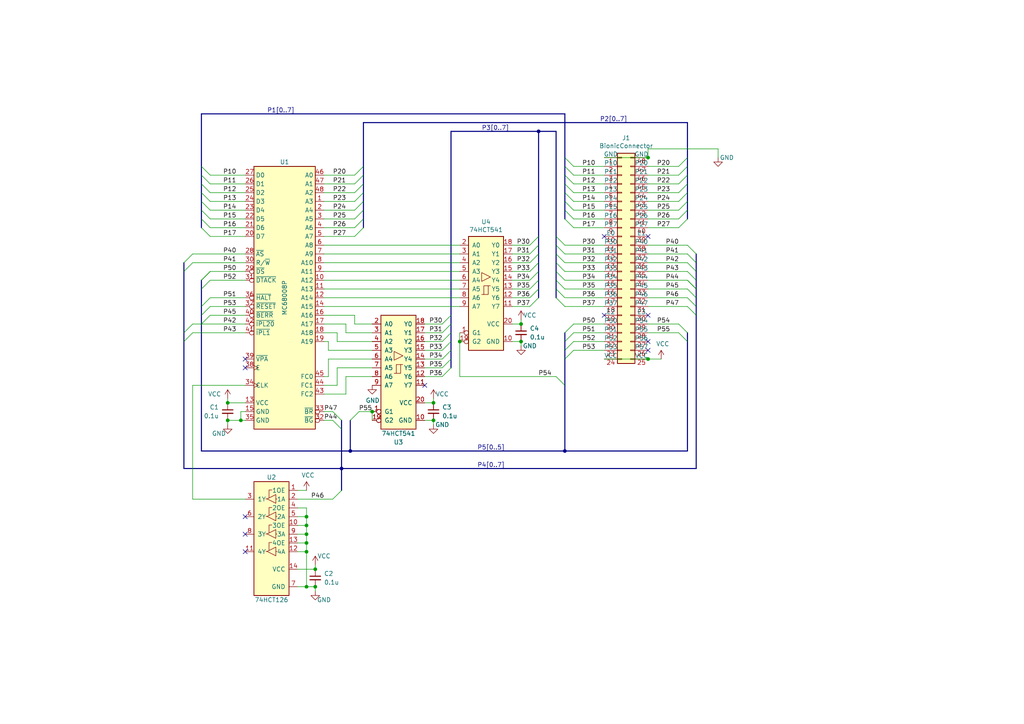
<source format=kicad_sch>
(kicad_sch (version 20211123) (generator eeschema)
  (paper "A4")
  (title_block (title "BionicMC68008 Mezzanine") (date "2022-01-17") (rev "1") (company "Tadashi G. Takaoka"))
  (lib_symbols
    (symbol "0-LocalLibrary:74HCT126" (pin_names (offset 1.016))
      (property "Reference" "U" (at 0 16.51 0))
      (property "Value" "74HCT126" (at 0 -19.05 0))
      (symbol "74HCT126_0_1"
        (polyline (pts (xy -1.2954 10.2108) (xy -1.6002 10.2108)))
        (polyline (pts (xy 1.2954 10.2362) (xy 1.651 10.2362)))
        (polyline (pts (xy 0.7112 10.5664) (xy 0.7112 12.827) (xy -0.127 12.827) (xy -0.1016 12.827)))
      )
      (symbol "74HCT126_1_0"
        (polyline (pts (xy 1.27 10.2362) (xy -1.27 11.5062) (xy -1.27 8.9662) (xy 1.27 10.2362)) (stroke (width 0.1524)))
        (pin input line (at -7.62 12.7 0) (length 2.54) (name "1OE") (number "1"))
        (pin input line (at -7.62 2.54 0) (length 2.54) (name "3OE") (number "10"))
        (pin tri_state line (at 7.62 -5.08 180) (length 2.54) (name "4Y") (number "11"))
        (pin input line (at -7.62 -5.08 0) (length 2.54) (name "4A") (number "12"))
        (pin input line (at -7.62 -2.54 0) (length 2.54) (name "4OE") (number "13"))
        (pin power_in line (at -7.62 -10.16 0) (length 2.54) (name "VCC") (number "14"))
        (pin input line (at -7.62 10.16 0) (length 2.54) (name "1A") (number "2"))
        (pin tri_state line (at 7.62 10.16 180) (length 2.54) (name "1Y") (number "3"))
        (pin input line (at -7.62 7.62 0) (length 2.54) (name "2OE") (number "4"))
        (pin input line (at -7.62 5.08 0) (length 2.54) (name "2A") (number "5"))
        (pin tri_state line (at 7.62 5.08 180) (length 2.54) (name "2Y") (number "6"))
        (pin power_in line (at -7.62 -15.24 0) (length 2.54) (name "GND") (number "7"))
        (pin tri_state line (at 7.62 0 180) (length 2.54) (name "3Y") (number "8"))
        (pin input line (at -7.62 0 0) (length 2.54) (name "3A") (number "9"))
      )
      (symbol "74HCT126_1_1"
        (rectangle (start -5.08 15.24) (end 5.08 -17.78) (stroke (width 0.254)) (fill (type background)))
        (polyline (pts (xy -1.2954 -5.0292) (xy -1.6002 -5.0292)))
        (polyline (pts (xy -1.2954 0.0508) (xy -1.6002 0.0508)))
        (polyline (pts (xy -1.2954 5.1308) (xy -1.6002 5.1308)))
        (polyline (pts (xy 1.2954 -5.0038) (xy 1.651 -5.0038)))
        (polyline (pts (xy 1.2954 0.0762) (xy 1.651 0.0762)))
        (polyline (pts (xy 1.2954 5.1562) (xy 1.651 5.1562)))
        (polyline (pts (xy 0.7112 -4.6736) (xy 0.7112 -2.413) (xy -0.127 -2.413) (xy -0.1016 -2.413)))
        (polyline (pts (xy 0.7112 0.4064) (xy 0.7112 2.667) (xy -0.127 2.667) (xy -0.1016 2.667)))
        (polyline (pts (xy 0.7112 5.4864) (xy 0.7112 7.747) (xy -0.127 7.747) (xy -0.1016 7.747)))
        (polyline (pts (xy 1.27 -5.0038) (xy -1.27 -3.7338) (xy -1.27 -6.2738) (xy 1.27 -5.0038)) (stroke (width 0.1524)))
        (polyline (pts (xy 1.27 0.0762) (xy -1.27 1.3462) (xy -1.27 -1.1938) (xy 1.27 0.0762)) (stroke (width 0.1524)))
        (polyline (pts (xy 1.27 5.1562) (xy -1.27 6.4262) (xy -1.27 3.8862) (xy 1.27 5.1562)) (stroke (width 0.1524)))
      )
    )
    (symbol "0-LocalLibrary:74HCT541" (pin_names (offset 1.016))
      (property "Reference" "U" (at -7.62 16.51 0))
      (property "Value" "74HCT541" (at -7.62 -20.32 0))
      (symbol "74HCT541_1_0"
        (polyline (pts (xy -0.635 -1.6002) (xy -0.635 0.9398) (xy 0.635 0.9398)))
        (polyline (pts (xy -1.27 -1.6002) (xy 0.635 -1.6002) (xy 0.635 0.9398) (xy 1.27 0.9398)))
        (polyline (pts (xy 1.27 3.4798) (xy -1.27 4.7498) (xy -1.27 2.2098) (xy 1.27 3.4798)) (stroke (width 0.1524)))
        (pin input inverted (at -7.62 -12.7 0) (length 2.54) (name "G1") (number "1"))
        (pin power_in line (at 7.62 -15.24 180) (length 2.54) (name "GND") (number "10"))
        (pin tri_state line (at 7.62 -5.08 180) (length 2.54) (name "Y7") (number "11"))
        (pin tri_state line (at 7.62 -2.54 180) (length 2.54) (name "Y6") (number "12"))
        (pin tri_state line (at 7.62 0 180) (length 2.54) (name "Y5") (number "13"))
        (pin tri_state line (at 7.62 2.54 180) (length 2.54) (name "Y4") (number "14"))
        (pin tri_state line (at 7.62 5.08 180) (length 2.54) (name "Y3") (number "15"))
        (pin tri_state line (at 7.62 7.62 180) (length 2.54) (name "Y2") (number "16"))
        (pin tri_state line (at 7.62 10.16 180) (length 2.54) (name "Y1") (number "17"))
        (pin tri_state line (at 7.62 12.7 180) (length 2.54) (name "Y0") (number "18"))
        (pin input inverted (at -7.62 -15.24 0) (length 2.54) (name "G2") (number "19"))
        (pin input line (at -7.62 12.7 0) (length 2.54) (name "A0") (number "2"))
        (pin power_in line (at 7.62 -10.16 180) (length 2.54) (name "VCC") (number "20"))
        (pin input line (at -7.62 10.16 0) (length 2.54) (name "A1") (number "3"))
        (pin input line (at -7.62 7.62 0) (length 2.54) (name "A2") (number "4"))
        (pin input line (at -7.62 5.08 0) (length 2.54) (name "A3") (number "5"))
        (pin input line (at -7.62 2.54 0) (length 2.54) (name "A4") (number "6"))
        (pin input line (at -7.62 0 0) (length 2.54) (name "A5") (number "7"))
        (pin input line (at -7.62 -2.54 0) (length 2.54) (name "A6") (number "8"))
        (pin input line (at -7.62 -5.08 0) (length 2.54) (name "A7") (number "9"))
      )
      (symbol "74HCT541_1_1"
        (rectangle (start -5.08 15.24) (end 5.08 -17.78) (stroke (width 0.254)) (fill (type background)))
      )
    )
    (symbol "0-LocalLibrary:BionicConnector" (pin_names (offset 0))
      (property "Reference" "J" (at 1.27 30.48 0))
      (property "Value" "BionicConnector" (at 3.81 33.02 0))
      (symbol "BionicConnector_1_1"
        (rectangle (start -1.27 -30.353) (end 0 -30.607) (stroke (width 0.1524)))
        (rectangle (start -1.27 -27.813) (end 0 -28.067) (stroke (width 0.1524)))
        (rectangle (start -1.27 -25.273) (end 0 -25.527) (stroke (width 0.1524)))
        (rectangle (start -1.27 -22.733) (end 0 -22.987) (stroke (width 0.1524)))
        (rectangle (start -1.27 -20.193) (end 0 -20.447) (stroke (width 0.1524)))
        (rectangle (start -1.27 -17.653) (end 0 -17.907) (stroke (width 0.1524)))
        (rectangle (start -1.27 -15.113) (end 0 -15.367) (stroke (width 0.1524)))
        (rectangle (start -1.27 -12.573) (end 0 -12.827) (stroke (width 0.1524)))
        (rectangle (start -1.27 -10.033) (end 0 -10.287) (stroke (width 0.1524)))
        (rectangle (start -1.27 -7.493) (end 0 -7.747) (stroke (width 0.1524)))
        (rectangle (start -1.27 -4.953) (end 0 -5.207) (stroke (width 0.1524)))
        (rectangle (start -1.27 -2.413) (end 0 -2.667) (stroke (width 0.1524)))
        (rectangle (start -1.27 0.127) (end 0 -0.127) (stroke (width 0.1524)))
        (rectangle (start -1.27 2.667) (end 0 2.413) (stroke (width 0.1524)))
        (rectangle (start -1.27 5.207) (end 0 4.953) (stroke (width 0.1524)))
        (rectangle (start -1.27 7.747) (end 0 7.493) (stroke (width 0.1524)))
        (rectangle (start -1.27 10.287) (end 0 10.033) (stroke (width 0.1524)))
        (rectangle (start -1.27 12.827) (end 0 12.573) (stroke (width 0.1524)))
        (rectangle (start -1.27 15.367) (end 0 15.113) (stroke (width 0.1524)))
        (rectangle (start -1.27 17.907) (end 0 17.653) (stroke (width 0.1524)))
        (rectangle (start -1.27 20.447) (end 0 20.193) (stroke (width 0.1524)))
        (rectangle (start -1.27 22.987) (end 0 22.733) (stroke (width 0.1524)))
        (rectangle (start -1.27 25.527) (end 0 25.273) (stroke (width 0.1524)))
        (rectangle (start -1.27 28.067) (end 0 27.813) (stroke (width 0.1524)))
        (rectangle (start -1.27 29.21) (end 3.81 -31.75) (stroke (width 0.254)) (fill (type background)))
        (rectangle (start 3.81 -30.353) (end 2.54 -30.607) (stroke (width 0.1524)))
        (rectangle (start 3.81 -27.813) (end 2.54 -28.067) (stroke (width 0.1524)))
        (rectangle (start 3.81 -25.273) (end 2.54 -25.527) (stroke (width 0.1524)))
        (rectangle (start 3.81 -22.733) (end 2.54 -22.987) (stroke (width 0.1524)))
        (rectangle (start 3.81 -20.193) (end 2.54 -20.447) (stroke (width 0.1524)))
        (rectangle (start 3.81 -17.653) (end 2.54 -17.907) (stroke (width 0.1524)))
        (rectangle (start 3.81 -15.113) (end 2.54 -15.367) (stroke (width 0.1524)))
        (rectangle (start 3.81 -12.573) (end 2.54 -12.827) (stroke (width 0.1524)))
        (rectangle (start 3.81 -10.033) (end 2.54 -10.287) (stroke (width 0.1524)))
        (rectangle (start 3.81 -7.493) (end 2.54 -7.747) (stroke (width 0.1524)))
        (rectangle (start 3.81 -4.953) (end 2.54 -5.207) (stroke (width 0.1524)))
        (rectangle (start 3.81 -2.413) (end 2.54 -2.667) (stroke (width 0.1524)))
        (rectangle (start 3.81 0.127) (end 2.54 -0.127) (stroke (width 0.1524)))
        (rectangle (start 3.81 2.667) (end 2.54 2.413) (stroke (width 0.1524)))
        (rectangle (start 3.81 5.207) (end 2.54 4.953) (stroke (width 0.1524)))
        (rectangle (start 3.81 7.747) (end 2.54 7.493) (stroke (width 0.1524)))
        (rectangle (start 3.81 10.287) (end 2.54 10.033) (stroke (width 0.1524)))
        (rectangle (start 3.81 12.827) (end 2.54 12.573) (stroke (width 0.1524)))
        (rectangle (start 3.81 15.367) (end 2.54 15.113) (stroke (width 0.1524)))
        (rectangle (start 3.81 17.907) (end 2.54 17.653) (stroke (width 0.1524)))
        (rectangle (start 3.81 20.447) (end 2.54 20.193) (stroke (width 0.1524)))
        (rectangle (start 3.81 22.987) (end 2.54 22.733) (stroke (width 0.1524)))
        (rectangle (start 3.81 25.527) (end 2.54 25.273) (stroke (width 0.1524)))
        (rectangle (start 3.81 28.067) (end 2.54 27.813) (stroke (width 0.1524)))
        (pin power_out line (at -5.08 27.94 0) (length 3.81) (name "GND") (number "1"))
        (pin bidirectional line (at -5.08 5.08 0) (length 3.81) (name "E0") (number "10"))
        (pin bidirectional line (at -5.08 2.54 0) (length 3.81) (name "P30") (number "11"))
        (pin bidirectional line (at -5.08 0 0) (length 3.81) (name "P31") (number "12"))
        (pin bidirectional line (at -5.08 -2.54 0) (length 3.81) (name "P32") (number "13"))
        (pin bidirectional line (at -5.08 -5.08 0) (length 3.81) (name "P33") (number "14"))
        (pin bidirectional line (at -5.08 -7.62 0) (length 3.81) (name "P34") (number "15"))
        (pin bidirectional line (at -5.08 -10.16 0) (length 3.81) (name "P35") (number "16"))
        (pin bidirectional line (at -5.08 -12.7 0) (length 3.81) (name "P36") (number "17"))
        (pin bidirectional line (at -5.08 -15.24 0) (length 3.81) (name "P37") (number "18"))
        (pin bidirectional line (at -5.08 -17.78 0) (length 3.81) (name "E2") (number "19"))
        (pin bidirectional line (at -5.08 25.4 0) (length 3.81) (name "P10") (number "2"))
        (pin bidirectional line (at -5.08 -20.32 0) (length 3.81) (name "P50") (number "20"))
        (pin bidirectional line (at -5.08 -22.86 0) (length 3.81) (name "P51") (number "21"))
        (pin bidirectional line (at -5.08 -25.4 0) (length 3.81) (name "P52") (number "22"))
        (pin bidirectional line (at -5.08 -27.94 0) (length 3.81) (name "P53") (number "23"))
        (pin power_out line (at -5.08 -30.48 0) (length 3.81) (name "VCC") (number "24"))
        (pin power_in line (at 7.62 -30.48 180) (length 3.81) (name "VCC") (number "25"))
        (pin bidirectional line (at 7.62 -27.94 180) (length 3.81) (name "P57") (number "26"))
        (pin bidirectional line (at 7.62 -25.4 180) (length 3.81) (name "P56") (number "27"))
        (pin bidirectional line (at 7.62 -22.86 180) (length 3.81) (name "P55") (number "28"))
        (pin bidirectional line (at 7.62 -20.32 180) (length 3.81) (name "P54") (number "29"))
        (pin bidirectional line (at -5.08 22.86 0) (length 3.81) (name "P11") (number "3"))
        (pin bidirectional line (at 7.62 -17.78 180) (length 3.81) (name "E3") (number "30"))
        (pin bidirectional line (at 7.62 -15.24 180) (length 3.81) (name "P47") (number "31"))
        (pin bidirectional line (at 7.62 -12.7 180) (length 3.81) (name "P46") (number "32"))
        (pin bidirectional line (at 7.62 -10.16 180) (length 3.81) (name "P45") (number "33"))
        (pin bidirectional line (at 7.62 -7.62 180) (length 3.81) (name "P44") (number "34"))
        (pin bidirectional line (at 7.62 -5.08 180) (length 3.81) (name "P43") (number "35"))
        (pin bidirectional line (at 7.62 -2.54 180) (length 3.81) (name "P42") (number "36"))
        (pin bidirectional line (at 7.62 0 180) (length 3.81) (name "P41") (number "37"))
        (pin bidirectional line (at 7.62 2.54 180) (length 3.81) (name "P40") (number "38"))
        (pin bidirectional line (at 7.62 5.08 180) (length 3.81) (name "E1") (number "39"))
        (pin bidirectional line (at -5.08 20.32 0) (length 3.81) (name "P12") (number "4"))
        (pin bidirectional line (at 7.62 7.62 180) (length 3.81) (name "P27") (number "40"))
        (pin bidirectional line (at 7.62 10.16 180) (length 3.81) (name "P26") (number "41"))
        (pin bidirectional line (at 7.62 12.7 180) (length 3.81) (name "P25") (number "42"))
        (pin bidirectional line (at 7.62 15.24 180) (length 3.81) (name "P24") (number "43"))
        (pin bidirectional line (at 7.62 17.78 180) (length 3.81) (name "P23") (number "44"))
        (pin bidirectional line (at 7.62 20.32 180) (length 3.81) (name "P22") (number "45"))
        (pin bidirectional line (at 7.62 22.86 180) (length 3.81) (name "P21") (number "46"))
        (pin bidirectional line (at 7.62 25.4 180) (length 3.81) (name "P20") (number "47"))
        (pin power_in line (at 7.62 27.94 180) (length 3.81) (name "GND") (number "48"))
        (pin bidirectional line (at -5.08 17.78 0) (length 3.81) (name "P13") (number "5"))
        (pin bidirectional line (at -5.08 15.24 0) (length 3.81) (name "P14") (number "6"))
        (pin bidirectional line (at -5.08 12.7 0) (length 3.81) (name "P15") (number "7"))
        (pin bidirectional line (at -5.08 10.16 0) (length 3.81) (name "P16") (number "8"))
        (pin bidirectional line (at -5.08 7.62 0) (length 3.81) (name "P17") (number "9"))
      )
    )
    (symbol "0-LocalLibrary:MC68008P"
      (property "Reference" "U" (at -1.27 39.37 0))
      (property "Value" "MC68008P" (at 0 -2.54 90))
      (symbol "MC68008P_0_0"
        (pin output line (at 11.43 -5.08 180) (length 2.54) (name "A16") (number "16"))
        (pin output line (at 11.43 -7.62 180) (length 2.54) (name "A17") (number "17"))
        (pin output line (at 11.43 -10.16 180) (length 2.54) (name "A18") (number "18"))
        (pin output line (at 11.43 -12.7 180) (length 2.54) (name "A19") (number "19"))
        (pin input inverted (at -11.43 5.08 0) (length 2.54) (name "~{DTACK}") (number "31"))
        (pin input inverted (at -11.43 -5.08 0) (length 2.54) (name "~{BERR}") (number "40"))
        (pin output line (at 11.43 -27.94 180) (length 2.54) (name "FC2") (number "43"))
        (pin output line (at 11.43 -25.4 180) (length 2.54) (name "FC1") (number "44"))
      )
      (symbol "MC68008P_0_1"
        (rectangle (start -8.89 -38.1) (end 8.89 38.1) (stroke (width 0.254)) (fill (type background)))
      )
      (symbol "MC68008P_1_1"
        (pin output line (at 11.43 27.94 180) (length 2.54) (name "A3") (number "1"))
        (pin output line (at 11.43 5.08 180) (length 2.54) (name "A12") (number "10"))
        (pin output line (at 11.43 2.54 180) (length 2.54) (name "A13") (number "11"))
        (pin output line (at 11.43 0 180) (length 2.54) (name "A14") (number "12"))
        (pin power_in line (at -11.43 -30.48 0) (length 2.54) (name "VCC") (number "13"))
        (pin output line (at 11.43 -2.54 180) (length 2.54) (name "A15") (number "14"))
        (pin power_in line (at -11.43 -33.02 0) (length 2.54) (name "GND") (number "15"))
        (pin output line (at 11.43 25.4 180) (length 2.54) (name "A4") (number "2"))
        (pin bidirectional line (at -11.43 17.78 0) (length 2.54) (name "D7") (number "20"))
        (pin bidirectional line (at -11.43 20.32 0) (length 2.54) (name "D6") (number "21"))
        (pin bidirectional line (at -11.43 22.86 0) (length 2.54) (name "D5") (number "22"))
        (pin bidirectional line (at -11.43 25.4 0) (length 2.54) (name "D4") (number "23"))
        (pin bidirectional line (at -11.43 27.94 0) (length 2.54) (name "D3") (number "24"))
        (pin bidirectional line (at -11.43 30.48 0) (length 2.54) (name "D2") (number "25"))
        (pin bidirectional line (at -11.43 33.02 0) (length 2.54) (name "D1") (number "26"))
        (pin bidirectional line (at -11.43 35.56 0) (length 2.54) (name "D0") (number "27"))
        (pin output line (at -11.43 12.7 0) (length 2.54) (name "~{AS}") (number "28"))
        (pin output inverted (at -11.43 7.62 0) (length 2.54) (name "~{DS}") (number "29"))
        (pin output line (at 11.43 22.86 180) (length 2.54) (name "A5") (number "3"))
        (pin output line (at -11.43 10.16 0) (length 2.54) (name "R/~{W}") (number "30"))
        (pin output inverted (at 11.43 -35.56 180) (length 2.54) (name "~{BG}") (number "32"))
        (pin input inverted (at 11.43 -33.02 180) (length 2.54) (name "~{BR}") (number "33"))
        (pin input clock (at -11.43 -25.4 0) (length 2.54) (name "CLK") (number "34"))
        (pin power_in line (at -11.43 -35.56 0) (length 2.54) (name "GND") (number "35"))
        (pin bidirectional inverted (at -11.43 0 0) (length 2.54) (name "~{HALT}") (number "36"))
        (pin bidirectional inverted (at -11.43 -2.54 0) (length 2.54) (name "~{RESET}") (number "37"))
        (pin output clock (at -11.43 -20.32 0) (length 2.54) (name "E") (number "38"))
        (pin output line (at -11.43 -17.78 0) (length 2.54) (name "~{VPA}") (number "39"))
        (pin output line (at 11.43 20.32 180) (length 2.54) (name "A6") (number "4"))
        (pin input inverted (at -11.43 -10.16 0) (length 2.54) (name "~{IPL1}") (number "41"))
        (pin input inverted (at -11.43 -7.62 0) (length 2.54) (name "~{IPL20}") (number "42"))
        (pin output line (at 11.43 -22.86 180) (length 2.54) (name "FC0") (number "45"))
        (pin output line (at 11.43 35.56 180) (length 2.54) (name "A0") (number "46"))
        (pin output line (at 11.43 33.02 180) (length 2.54) (name "A1") (number "47"))
        (pin output line (at 11.43 30.48 180) (length 2.54) (name "A2") (number "48"))
        (pin output line (at 11.43 17.78 180) (length 2.54) (name "A7") (number "5"))
        (pin output line (at 11.43 15.24 180) (length 2.54) (name "A8") (number "6"))
        (pin output line (at 11.43 12.7 180) (length 2.54) (name "A9") (number "7"))
        (pin output line (at 11.43 10.16 180) (length 2.54) (name "A10") (number "8"))
        (pin output line (at 11.43 7.62 180) (length 2.54) (name "A11") (number "9"))
      )
    )
    (symbol "Device:C_Small" (pin_numbers hide) (pin_names (offset 0.254) hide)
      (property "Reference" "C" (at 0.254 1.778 0))
      (property "Value" "C_Small" (at 0.254 -2.032 0))
      (symbol "C_Small_0_1"
        (polyline (pts (xy -1.524 -0.508) (xy 1.524 -0.508)) (stroke (width 0.3302)))
        (polyline (pts (xy -1.524 0.508) (xy 1.524 0.508)) (stroke (width 0.3048)))
      )
      (symbol "C_Small_1_1"
        (pin passive line (at 0 2.54 270) (length 2.032) (name "~") (number "1"))
        (pin passive line (at 0 -2.54 90) (length 2.032) (name "~") (number "2"))
      )
    )
    (symbol "power:GND" (power) (pin_names (offset 0))
      (property "Value" "GND" (at 0 -3.81 0))
      (symbol "GND_0_1"
        (polyline (pts (xy 0 0) (xy 0 -1.27) (xy 1.27 -1.27) (xy 0 -2.54) (xy -1.27 -1.27) (xy 0 -1.27)))
      )
      (symbol "GND_1_1"
        (pin power_in line (at 0 0 270) (length 0) hide (name "GND") (number "1"))
      )
    )
    (symbol "power:VCC" (power) (pin_names (offset 0))
      (property "Value" "VCC" (at 0 3.81 0))
      (symbol "VCC_0_1"
        (polyline (pts (xy -0.762 1.27) (xy 0 2.54)))
        (polyline (pts (xy 0 0) (xy 0 2.54)))
        (polyline (pts (xy 0 2.54) (xy 0.762 1.27)))
      )
      (symbol "VCC_1_1"
        (pin power_in line (at 0 0 90) (length 0) hide (name "VCC") (number "1"))
      )
    )
  )
  (junction (at 88.9 149.86))
  (junction (at 125.73 116.84))
  (junction (at 88.9 157.48))
  (junction (at 99.06 135.89))
  (junction (at 156.21 38.1))
  (junction (at 163.83 130.81))
  (junction (at 91.44 165.1))
  (junction (at 125.73 121.92))
  (junction (at 88.9 154.94))
  (junction (at 66.04 121.92))
  (junction (at 88.9 160.02))
  (junction (at 88.9 170.18))
  (junction (at 133.35 99.06))
  (junction (at 69.85 121.92))
  (junction (at 107.95 119.38))
  (junction (at 187.96 104.14))
  (junction (at 151.13 99.06))
  (junction (at 66.04 116.84))
  (junction (at 88.9 152.4))
  (junction (at 91.44 170.18))
  (junction (at 187.96 45.72))
  (junction (at 151.13 93.98))
  (junction (at 101.6 130.81))
  (no_connect (at 187.96 68.58))
  (no_connect (at 71.12 149.86))
  (no_connect (at 175.26 91.44))
  (no_connect (at 187.96 99.06))
  (no_connect (at 187.96 91.44))
  (no_connect (at 175.26 68.58))
  (no_connect (at 71.12 160.02))
  (no_connect (at 71.12 154.94))
  (no_connect (at 123.19 111.76))
  (no_connect (at 71.12 106.68))
  (no_connect (at 187.96 101.6))
  (no_connect (at 71.12 104.14))
  (bus_entry (at 60.96 81.28) (size -2.54 2.54))
  (bus_entry (at 166.37 63.5) (size -2.54 -2.54))
  (bus_entry (at 130.81 104.14) (size -2.54 2.54))
  (bus_entry (at 60.96 68.58) (size -2.54 -2.54))
  (bus_entry (at 161.29 76.2) (size 2.54 2.54))
  (bus_entry (at 199.39 81.28) (size 2.54 2.54))
  (bus_entry (at 99.06 124.46) (size -2.54 -2.54))
  (bus_entry (at 166.37 66.04) (size -2.54 -2.54))
  (bus_entry (at 199.39 83.82) (size 2.54 2.54))
  (bus_entry (at 199.39 60.96) (size -2.54 2.54))
  (bus_entry (at 53.34 78.74) (size 2.54 -2.54))
  (bus_entry (at 130.81 99.06) (size -2.54 2.54))
  (bus_entry (at 199.39 76.2) (size 2.54 2.54))
  (bus_entry (at 196.85 93.98) (size 2.54 2.54))
  (bus_entry (at 60.96 58.42) (size -2.54 -2.54))
  (bus_entry (at 199.39 71.12) (size 2.54 2.54))
  (bus_entry (at 60.96 63.5) (size -2.54 -2.54))
  (bus_entry (at 161.29 71.12) (size 2.54 2.54))
  (bus_entry (at 60.96 66.04) (size -2.54 -2.54))
  (bus_entry (at 166.37 101.6) (size -2.54 2.54))
  (bus_entry (at 60.96 78.74) (size -2.54 2.54))
  (bus_entry (at 199.39 48.26) (size -2.54 2.54))
  (bus_entry (at 130.81 93.98) (size -2.54 2.54))
  (bus_entry (at 161.29 86.36) (size 2.54 2.54))
  (bus_entry (at 53.34 96.52) (size 2.54 -2.54))
  (bus_entry (at 199.39 53.34) (size -2.54 2.54))
  (bus_entry (at 161.29 73.66) (size 2.54 2.54))
  (bus_entry (at 99.06 142.24) (size -2.54 2.54))
  (bus_entry (at 166.37 93.98) (size -2.54 2.54))
  (bus_entry (at 199.39 78.74) (size 2.54 2.54))
  (bus_entry (at 161.29 81.28) (size 2.54 2.54))
  (bus_entry (at 60.96 91.44) (size -2.54 2.54))
  (bus_entry (at 53.34 99.06) (size 2.54 -2.54))
  (bus_entry (at 199.39 73.66) (size 2.54 2.54))
  (bus_entry (at 161.29 83.82) (size 2.54 2.54))
  (bus_entry (at 199.39 81.28) (size 2.54 2.54))
  (bus_entry (at 196.85 96.52) (size 2.54 2.54))
  (bus_entry (at 161.29 78.74) (size 2.54 2.54))
  (bus_entry (at 156.21 68.58) (size -2.54 2.54))
  (bus_entry (at 156.21 78.74) (size -2.54 2.54))
  (bus_entry (at 130.81 91.44) (size -2.54 2.54))
  (bus_entry (at 166.37 50.8) (size -2.54 -2.54))
  (bus_entry (at 166.37 53.34) (size -2.54 -2.54))
  (bus_entry (at 105.41 50.8) (size -2.54 2.54))
  (bus_entry (at 156.21 71.12) (size -2.54 2.54))
  (bus_entry (at 199.39 58.42) (size -2.54 2.54))
  (bus_entry (at 166.37 58.42) (size -2.54 -2.54))
  (bus_entry (at 105.41 66.04) (size -2.54 2.54))
  (bus_entry (at 105.41 60.96) (size -2.54 2.54))
  (bus_entry (at 60.96 88.9) (size -2.54 2.54))
  (bus_entry (at 199.39 63.5) (size -2.54 2.54))
  (bus_entry (at 166.37 60.96) (size -2.54 -2.54))
  (bus_entry (at 199.39 86.36) (size 2.54 2.54))
  (bus_entry (at 99.06 121.92) (size -2.54 -2.54))
  (bus_entry (at 156.21 83.82) (size -2.54 2.54))
  (bus_entry (at 166.37 99.06) (size -2.54 2.54))
  (bus_entry (at 199.39 50.8) (size -2.54 2.54))
  (bus_entry (at 199.39 45.72) (size -2.54 2.54))
  (bus_entry (at 60.96 78.74) (size -2.54 2.54))
  (bus_entry (at 60.96 60.96) (size -2.54 -2.54))
  (bus_entry (at 130.81 96.52) (size -2.54 2.54))
  (bus_entry (at 105.41 53.34) (size -2.54 2.54))
  (bus_entry (at 199.39 88.9) (size 2.54 2.54))
  (bus_entry (at 156.21 86.36) (size -2.54 2.54))
  (bus_entry (at 156.21 76.2) (size -2.54 2.54))
  (bus_entry (at 105.41 63.5) (size -2.54 2.54))
  (bus_entry (at 130.81 106.68) (size -2.54 2.54))
  (bus_entry (at 156.21 81.28) (size -2.54 2.54))
  (bus_entry (at 130.81 101.6) (size -2.54 2.54))
  (bus_entry (at 199.39 55.88) (size -2.54 2.54))
  (bus_entry (at 163.83 71.12) (size -2.54 -2.54))
  (bus_entry (at 166.37 96.52) (size -2.54 2.54))
  (bus_entry (at 60.96 55.88) (size -2.54 -2.54))
  (bus_entry (at 105.41 55.88) (size -2.54 2.54))
  (bus_entry (at 166.37 55.88) (size -2.54 -2.54))
  (bus_entry (at 101.6 121.92) (size 2.54 -2.54))
  (bus_entry (at 53.34 76.2) (size 2.54 -2.54))
  (bus_entry (at 156.21 73.66) (size -2.54 2.54))
  (bus_entry (at 60.96 53.34) (size -2.54 -2.54))
  (bus_entry (at 60.96 50.8) (size -2.54 -2.54))
  (bus_entry (at 166.37 48.26) (size -2.54 -2.54))
  (bus_entry (at 105.41 58.42) (size -2.54 2.54))
  (bus_entry (at 161.29 109.22) (size 2.54 2.54))
  (bus_entry (at 105.41 48.26) (size -2.54 2.54))
  (bus_entry (at 60.96 86.36) (size -2.54 2.54))
  (bus (pts (xy 156.21 38.1) (xy 156.21 68.58)))
  (bus (pts (xy 130.81 101.6) (xy 130.81 104.14)))
  (bus (pts (xy 161.29 78.74) (xy 161.29 81.28)))
  (wire (pts (xy 187.96 96.52) (xy 196.85 96.52)))
  (bus (pts (xy 58.42 81.28) (xy 58.42 83.82)))
  (bus (pts (xy 163.83 55.88) (xy 163.83 58.42)))
  (bus (pts (xy 163.83 96.52) (xy 163.83 99.06)))
  (wire (pts (xy 88.9 147.32) (xy 86.36 147.32)))
  (bus (pts (xy 130.81 93.98) (xy 130.81 96.52)))
  (wire (pts (xy 95.25 101.6) (xy 107.95 101.6)))
  (bus (pts (xy 163.83 33.02) (xy 163.83 45.72)))
  (wire (pts (xy 66.04 121.92) (xy 69.85 121.92)))
  (wire (pts (xy 175.26 93.98) (xy 166.37 93.98)))
  (wire (pts (xy 100.33 114.3) (xy 100.33 109.22)))
  (bus (pts (xy 163.83 104.14) (xy 163.83 111.76)))
  (wire (pts (xy 93.98 114.3) (xy 100.33 114.3)))
  (wire (pts (xy 148.59 88.9) (xy 153.67 88.9)))
  (wire (pts (xy 93.98 63.5) (xy 102.87 63.5)))
  (bus (pts (xy 156.21 83.82) (xy 156.21 86.36)))
  (bus (pts (xy 53.34 78.74) (xy 53.34 96.52)))
  (bus (pts (xy 161.29 68.58) (xy 161.29 71.12)))
  (wire (pts (xy 175.26 76.2) (xy 163.83 76.2)))
  (bus (pts (xy 199.39 35.56) (xy 199.39 45.72)))
  (wire (pts (xy 123.19 101.6) (xy 128.27 101.6)))
  (wire (pts (xy 125.73 116.84) (xy 123.19 116.84)))
  (bus (pts (xy 163.83 130.81) (xy 199.39 130.81)))
  (bus (pts (xy 199.39 45.72) (xy 199.39 48.26)))
  (wire (pts (xy 102.87 93.98) (xy 107.95 93.98)))
  (wire (pts (xy 187.96 50.8) (xy 196.85 50.8)))
  (wire (pts (xy 55.88 93.98) (xy 58.42 93.98)))
  (wire (pts (xy 71.12 91.44) (xy 60.96 91.44)))
  (bus (pts (xy 201.93 73.66) (xy 201.93 76.2)))
  (wire (pts (xy 95.25 99.06) (xy 95.25 101.6)))
  (wire (pts (xy 175.26 73.66) (xy 163.83 73.66)))
  (wire (pts (xy 163.83 86.36) (xy 175.26 86.36)))
  (wire (pts (xy 97.79 111.76) (xy 97.79 106.68)))
  (wire (pts (xy 60.96 78.74) (xy 71.12 78.74)))
  (bus (pts (xy 161.29 71.12) (xy 161.29 73.66)))
  (bus (pts (xy 101.6 130.81) (xy 163.83 130.81)))
  (wire (pts (xy 151.13 100.33) (xy 151.13 99.06)))
  (wire (pts (xy 71.12 55.88) (xy 60.96 55.88)))
  (bus (pts (xy 130.81 38.1) (xy 156.21 38.1)))
  (wire (pts (xy 151.13 93.98) (xy 148.59 93.98)))
  (wire (pts (xy 93.98 121.92) (xy 96.52 121.92)))
  (wire (pts (xy 148.59 83.82) (xy 153.67 83.82)))
  (bus (pts (xy 99.06 135.89) (xy 53.34 135.89)))
  (wire (pts (xy 88.9 160.02) (xy 86.36 160.02)))
  (bus (pts (xy 58.42 53.34) (xy 58.42 55.88)))
  (wire (pts (xy 100.33 93.98) (xy 100.33 96.52)))
  (bus (pts (xy 161.29 38.1) (xy 161.29 68.58)))
  (wire (pts (xy 71.12 68.58) (xy 60.96 68.58)))
  (wire (pts (xy 93.98 50.8) (xy 102.87 50.8)))
  (wire (pts (xy 148.59 76.2) (xy 153.67 76.2)))
  (bus (pts (xy 163.83 99.06) (xy 163.83 101.6)))
  (wire (pts (xy 104.14 119.38) (xy 107.95 119.38)))
  (wire (pts (xy 175.26 81.28) (xy 163.83 81.28)))
  (wire (pts (xy 88.9 157.48) (xy 88.9 160.02)))
  (bus (pts (xy 58.42 88.9) (xy 58.42 91.44)))
  (wire (pts (xy 148.59 99.06) (xy 151.13 99.06)))
  (wire (pts (xy 71.12 144.78) (xy 55.88 144.78)))
  (bus (pts (xy 105.41 55.88) (xy 105.41 58.42)))
  (wire (pts (xy 97.79 96.52) (xy 97.79 99.06)))
  (wire (pts (xy 93.98 119.38) (xy 96.52 119.38)))
  (wire (pts (xy 187.96 104.14) (xy 191.77 104.14)))
  (bus (pts (xy 105.41 35.56) (xy 105.41 48.26)))
  (wire (pts (xy 133.35 96.52) (xy 133.35 99.06)))
  (wire (pts (xy 55.88 73.66) (xy 71.12 73.66)))
  (bus (pts (xy 201.93 86.36) (xy 201.93 88.9)))
  (wire (pts (xy 175.26 78.74) (xy 163.83 78.74)))
  (bus (pts (xy 199.39 60.96) (xy 199.39 63.5)))
  (wire (pts (xy 66.04 116.84) (xy 66.04 115.57)))
  (wire (pts (xy 88.9 149.86) (xy 88.9 147.32)))
  (wire (pts (xy 71.12 50.8) (xy 60.96 50.8)))
  (wire (pts (xy 187.96 58.42) (xy 196.85 58.42)))
  (bus (pts (xy 58.42 91.44) (xy 58.42 93.98)))
  (wire (pts (xy 93.98 93.98) (xy 100.33 93.98)))
  (bus (pts (xy 105.41 60.96) (xy 105.41 63.5)))
  (wire (pts (xy 100.33 96.52) (xy 107.95 96.52)))
  (wire (pts (xy 175.26 66.04) (xy 166.37 66.04)))
  (wire (pts (xy 55.88 111.76) (xy 71.12 111.76)))
  (bus (pts (xy 130.81 91.44) (xy 130.81 93.98)))
  (bus (pts (xy 58.42 48.26) (xy 58.42 50.8)))
  (bus (pts (xy 163.83 101.6) (xy 163.83 104.14)))
  (bus (pts (xy 201.93 135.89) (xy 99.06 135.89)))
  (bus (pts (xy 161.29 73.66) (xy 161.29 76.2)))
  (wire (pts (xy 107.95 119.38) (xy 107.95 121.92)))
  (wire (pts (xy 88.9 152.4) (xy 88.9 154.94)))
  (wire (pts (xy 93.98 83.82) (xy 133.35 83.82)))
  (wire (pts (xy 123.19 121.92) (xy 125.73 121.92)))
  (wire (pts (xy 175.26 96.52) (xy 166.37 96.52)))
  (bus (pts (xy 161.29 81.28) (xy 161.29 83.82)))
  (wire (pts (xy 187.96 83.82) (xy 199.39 83.82)))
  (bus (pts (xy 156.21 71.12) (xy 156.21 73.66)))
  (bus (pts (xy 58.42 58.42) (xy 58.42 60.96)))
  (bus (pts (xy 130.81 96.52) (xy 130.81 99.06)))
  (wire (pts (xy 187.96 76.2) (xy 199.39 76.2)))
  (bus (pts (xy 58.42 83.82) (xy 58.42 88.9)))
  (bus (pts (xy 201.93 83.82) (xy 201.93 86.36)))
  (bus (pts (xy 163.83 111.76) (xy 163.83 130.81)))
  (bus (pts (xy 99.06 135.89) (xy 99.06 142.24)))
  (wire (pts (xy 187.96 73.66) (xy 199.39 73.66)))
  (bus (pts (xy 163.83 58.42) (xy 163.83 60.96)))
  (wire (pts (xy 66.04 123.19) (xy 66.04 121.92)))
  (bus (pts (xy 156.21 76.2) (xy 156.21 78.74)))
  (wire (pts (xy 102.87 91.44) (xy 102.87 93.98)))
  (wire (pts (xy 148.59 86.36) (xy 153.67 86.36)))
  (wire (pts (xy 133.35 99.06) (xy 133.35 109.22)))
  (bus (pts (xy 201.93 81.28) (xy 201.93 83.82)))
  (wire (pts (xy 93.98 60.96) (xy 102.87 60.96)))
  (bus (pts (xy 156.21 68.58) (xy 156.21 71.12)))
  (bus (pts (xy 156.21 78.74) (xy 156.21 81.28)))
  (bus (pts (xy 201.93 78.74) (xy 201.93 81.28)))
  (wire (pts (xy 93.98 86.36) (xy 133.35 86.36)))
  (bus (pts (xy 161.29 76.2) (xy 161.29 78.74)))
  (wire (pts (xy 93.98 99.06) (xy 95.25 99.06)))
  (bus (pts (xy 156.21 38.1) (xy 161.29 38.1)))
  (wire (pts (xy 175.26 48.26) (xy 166.37 48.26)))
  (wire (pts (xy 93.98 91.44) (xy 102.87 91.44)))
  (wire (pts (xy 187.96 43.18) (xy 187.96 45.72)))
  (wire (pts (xy 175.26 50.8) (xy 166.37 50.8)))
  (bus (pts (xy 53.34 76.2) (xy 53.34 78.74)))
  (bus (pts (xy 58.42 33.02) (xy 163.83 33.02)))
  (wire (pts (xy 93.98 73.66) (xy 133.35 73.66)))
  (wire (pts (xy 93.98 109.22) (xy 95.25 109.22)))
  (wire (pts (xy 100.33 109.22) (xy 107.95 109.22)))
  (wire (pts (xy 175.26 63.5) (xy 166.37 63.5)))
  (wire (pts (xy 187.96 71.12) (xy 199.39 71.12)))
  (bus (pts (xy 105.41 48.26) (xy 105.41 50.8)))
  (bus (pts (xy 201.93 88.9) (xy 201.93 91.44)))
  (bus (pts (xy 201.93 91.44) (xy 201.93 135.89)))
  (bus (pts (xy 99.06 124.46) (xy 99.06 135.89)))
  (wire (pts (xy 148.59 81.28) (xy 153.67 81.28)))
  (wire (pts (xy 125.73 123.19) (xy 125.73 121.92)))
  (wire (pts (xy 175.26 45.72) (xy 187.96 45.72)))
  (bus (pts (xy 58.42 60.96) (xy 58.42 63.5)))
  (bus (pts (xy 53.34 96.52) (xy 53.34 99.06)))
  (wire (pts (xy 208.28 43.18) (xy 208.28 45.72)))
  (wire (pts (xy 86.36 149.86) (xy 88.9 149.86)))
  (bus (pts (xy 163.83 45.72) (xy 163.83 48.26)))
  (wire (pts (xy 123.19 106.68) (xy 128.27 106.68)))
  (wire (pts (xy 175.26 71.12) (xy 163.83 71.12)))
  (wire (pts (xy 71.12 63.5) (xy 60.96 63.5)))
  (wire (pts (xy 93.98 88.9) (xy 133.35 88.9)))
  (wire (pts (xy 175.26 55.88) (xy 166.37 55.88)))
  (wire (pts (xy 175.26 104.14) (xy 187.96 104.14)))
  (wire (pts (xy 69.85 121.92) (xy 71.12 121.92)))
  (wire (pts (xy 95.25 109.22) (xy 95.25 104.14)))
  (wire (pts (xy 86.36 170.18) (xy 88.9 170.18)))
  (wire (pts (xy 55.88 96.52) (xy 71.12 96.52)))
  (bus (pts (xy 105.41 63.5) (xy 105.41 66.04)))
  (bus (pts (xy 199.39 48.26) (xy 199.39 50.8)))
  (bus (pts (xy 58.42 63.5) (xy 58.42 66.04)))
  (wire (pts (xy 187.96 88.9) (xy 199.39 88.9)))
  (wire (pts (xy 148.59 78.74) (xy 153.67 78.74)))
  (wire (pts (xy 69.85 119.38) (xy 69.85 121.92)))
  (wire (pts (xy 187.96 60.96) (xy 196.85 60.96)))
  (wire (pts (xy 86.36 144.78) (xy 96.52 144.78)))
  (wire (pts (xy 187.96 43.18) (xy 208.28 43.18)))
  (bus (pts (xy 156.21 81.28) (xy 156.21 83.82)))
  (bus (pts (xy 58.42 33.02) (xy 58.42 48.26)))
  (bus (pts (xy 101.6 121.92) (xy 101.6 130.81)))
  (wire (pts (xy 86.36 157.48) (xy 88.9 157.48)))
  (bus (pts (xy 163.83 50.8) (xy 163.83 53.34)))
  (bus (pts (xy 201.93 76.2) (xy 201.93 78.74)))
  (wire (pts (xy 91.44 165.1) (xy 86.36 165.1)))
  (wire (pts (xy 93.98 58.42) (xy 102.87 58.42)))
  (bus (pts (xy 58.42 93.98) (xy 58.42 130.81)))
  (wire (pts (xy 123.19 104.14) (xy 128.27 104.14)))
  (bus (pts (xy 130.81 104.14) (xy 130.81 106.68)))
  (bus (pts (xy 199.39 53.34) (xy 199.39 55.88)))
  (wire (pts (xy 187.96 86.36) (xy 199.39 86.36)))
  (bus (pts (xy 161.29 83.82) (xy 161.29 86.36)))
  (wire (pts (xy 88.9 154.94) (xy 88.9 157.48)))
  (wire (pts (xy 187.96 78.74) (xy 199.39 78.74)))
  (wire (pts (xy 91.44 171.45) (xy 91.44 170.18)))
  (wire (pts (xy 55.88 144.78) (xy 55.88 111.76)))
  (wire (pts (xy 151.13 93.98) (xy 151.13 92.71)))
  (wire (pts (xy 93.98 111.76) (xy 97.79 111.76)))
  (wire (pts (xy 58.42 93.98) (xy 71.12 93.98)))
  (bus (pts (xy 105.41 53.34) (xy 105.41 55.88)))
  (bus (pts (xy 58.42 50.8) (xy 58.42 53.34)))
  (wire (pts (xy 187.96 63.5) (xy 196.85 63.5)))
  (wire (pts (xy 86.36 142.24) (xy 88.9 142.24)))
  (wire (pts (xy 93.98 66.04) (xy 102.87 66.04)))
  (wire (pts (xy 86.36 154.94) (xy 88.9 154.94)))
  (wire (pts (xy 93.98 96.52) (xy 97.79 96.52)))
  (wire (pts (xy 88.9 152.4) (xy 88.9 149.86)))
  (wire (pts (xy 71.12 88.9) (xy 60.96 88.9)))
  (wire (pts (xy 148.59 71.12) (xy 153.67 71.12)))
  (wire (pts (xy 97.79 99.06) (xy 107.95 99.06)))
  (wire (pts (xy 123.19 99.06) (xy 128.27 99.06)))
  (wire (pts (xy 125.73 116.84) (xy 125.73 115.57)))
  (bus (pts (xy 199.39 55.88) (xy 199.39 58.42)))
  (wire (pts (xy 71.12 60.96) (xy 60.96 60.96)))
  (wire (pts (xy 187.96 55.88) (xy 196.85 55.88)))
  (wire (pts (xy 86.36 152.4) (xy 88.9 152.4)))
  (wire (pts (xy 71.12 53.34) (xy 60.96 53.34)))
  (wire (pts (xy 91.44 165.1) (xy 91.44 163.83)))
  (wire (pts (xy 163.83 88.9) (xy 175.26 88.9)))
  (bus (pts (xy 130.81 99.06) (xy 130.81 101.6)))
  (bus (pts (xy 105.41 58.42) (xy 105.41 60.96)))
  (bus (pts (xy 199.39 35.56) (xy 105.41 35.56)))
  (wire (pts (xy 71.12 66.04) (xy 60.96 66.04)))
  (wire (pts (xy 187.96 53.34) (xy 196.85 53.34)))
  (bus (pts (xy 199.39 58.42) (xy 199.39 60.96)))
  (wire (pts (xy 93.98 81.28) (xy 133.35 81.28)))
  (wire (pts (xy 93.98 53.34) (xy 102.87 53.34)))
  (bus (pts (xy 105.41 50.8) (xy 105.41 53.34)))
  (bus (pts (xy 163.83 48.26) (xy 163.83 50.8)))
  (wire (pts (xy 71.12 119.38) (xy 69.85 119.38)))
  (wire (pts (xy 148.59 73.66) (xy 153.67 73.66)))
  (wire (pts (xy 187.96 66.04) (xy 196.85 66.04)))
  (wire (pts (xy 93.98 76.2) (xy 133.35 76.2)))
  (wire (pts (xy 66.04 116.84) (xy 71.12 116.84)))
  (wire (pts (xy 55.88 76.2) (xy 71.12 76.2)))
  (bus (pts (xy 58.42 130.81) (xy 101.6 130.81)))
  (wire (pts (xy 71.12 81.28) (xy 60.96 81.28)))
  (bus (pts (xy 99.06 121.92) (xy 99.06 124.46)))
  (wire (pts (xy 187.96 48.26) (xy 196.85 48.26)))
  (bus (pts (xy 163.83 60.96) (xy 163.83 63.5)))
  (wire (pts (xy 175.26 58.42) (xy 166.37 58.42)))
  (wire (pts (xy 88.9 170.18) (xy 91.44 170.18)))
  (wire (pts (xy 93.98 55.88) (xy 102.87 55.88)))
  (bus (pts (xy 199.39 99.06) (xy 199.39 130.81)))
  (wire (pts (xy 175.26 101.6) (xy 166.37 101.6)))
  (wire (pts (xy 60.96 86.36) (xy 71.12 86.36)))
  (wire (pts (xy 175.26 83.82) (xy 163.83 83.82)))
  (wire (pts (xy 88.9 160.02) (xy 88.9 170.18)))
  (wire (pts (xy 175.26 99.06) (xy 166.37 99.06)))
  (wire (pts (xy 133.35 109.22) (xy 161.29 109.22)))
  (wire (pts (xy 123.19 93.98) (xy 128.27 93.98)))
  (bus (pts (xy 156.21 73.66) (xy 156.21 76.2)))
  (bus (pts (xy 163.83 53.34) (xy 163.83 55.88)))
  (wire (pts (xy 187.96 81.28) (xy 199.39 81.28)))
  (bus (pts (xy 199.39 50.8) (xy 199.39 53.34)))
  (wire (pts (xy 93.98 78.74) (xy 133.35 78.74)))
  (bus (pts (xy 53.34 99.06) (xy 53.34 135.89)))
  (wire (pts (xy 95.25 104.14) (xy 107.95 104.14)))
  (wire (pts (xy 97.79 106.68) (xy 107.95 106.68)))
  (bus (pts (xy 199.39 96.52) (xy 199.39 99.06)))
  (wire (pts (xy 123.19 109.22) (xy 128.27 109.22)))
  (wire (pts (xy 93.98 71.12) (xy 133.35 71.12)))
  (bus (pts (xy 58.42 55.88) (xy 58.42 58.42)))
  (wire (pts (xy 175.26 60.96) (xy 166.37 60.96)))
  (wire (pts (xy 175.26 53.34) (xy 166.37 53.34)))
  (wire (pts (xy 93.98 68.58) (xy 102.87 68.58)))
  (bus (pts (xy 130.81 38.1) (xy 130.81 91.44)))
  (wire (pts (xy 71.12 58.42) (xy 60.96 58.42)))
  (wire (pts (xy 196.85 93.98) (xy 187.96 93.98)))
  (wire (pts (xy 123.19 96.52) (xy 128.27 96.52)))
  (label "P44" (at 93.98 121.92 0))
  (label "P30" (at 124.46 93.98 0))
  (label "P10" (at 172.72 48.26 180))
  (label "P11" (at 68.58 53.34 180))
  (label "P40" (at 193.04 71.12 0))
  (label "P30" (at 172.72 71.12 180))
  (label "P47" (at 193.04 88.9 0))
  (label "P11" (at 172.72 50.8 180))
  (label "P54" (at 190.5 93.98 0))
  (label "P37" (at 172.72 88.9 180))
  (label "P53" (at 68.58 88.9 180))
  (label "P31" (at 172.72 73.66 180))
  (label "P41" (at 68.58 76.2 180))
  (label "P21" (at 96.52 53.34 0))
  (label "P55" (at 107.95 119.38 180))
  (label "P47" (at 93.98 119.38 0))
  (label "P12" (at 172.72 53.34 180))
  (label "P45" (at 68.58 91.44 180))
  (label "P55" (at 190.5 96.52 0))
  (label "P27" (at 96.52 68.58 0))
  (label "P52" (at 172.72 99.06 180))
  (label "P22" (at 96.52 55.88 0))
  (label "P14" (at 172.72 58.42 180))
  (label "P45" (at 193.04 83.82 0))
  (label "P35" (at 124.46 106.68 0))
  (label "P17" (at 172.72 66.04 180))
  (label "P36" (at 172.72 86.36 180))
  (label "P43" (at 193.04 78.74 0))
  (label "P24" (at 190.5 58.42 0))
  (label "P22" (at 190.5 53.34 0))
  (label "P32" (at 149.86 76.2 0))
  (label "P33" (at 149.86 78.74 0))
  (label "P17" (at 68.58 68.58 180))
  (label "P20" (at 96.52 50.8 0))
  (label "P16" (at 68.58 66.04 180))
  (label "P20" (at 190.5 48.26 0))
  (label "P32" (at 172.72 76.2 180))
  (label "P46" (at 193.04 86.36 0))
  (label "P53" (at 172.72 101.6 180))
  (label "P35" (at 172.72 83.82 180))
  (label "P37" (at 149.86 88.9 0))
  (label "P50" (at 172.72 93.98 180))
  (label "P33" (at 172.72 78.74 180))
  (label "P40" (at 68.58 73.66 180))
  (label "P34" (at 172.72 81.28 180))
  (label "P42" (at 68.58 93.98 180))
  (label "P25" (at 190.5 60.96 0))
  (label "P31" (at 124.46 96.52 0))
  (label "P21" (at 190.5 50.8 0))
  (label "P33" (at 124.46 101.6 0))
  (label "P36" (at 124.46 109.22 0))
  (label "P1[0..7]" (at 77.47 33.02 0))
  (label "P54" (at 160.02 109.22 180))
  (label "P36" (at 149.86 86.36 0))
  (label "P51" (at 172.72 96.52 180))
  (label "P27" (at 190.5 66.04 0))
  (label "P34" (at 124.46 104.14 0))
  (label "P14" (at 68.58 60.96 180))
  (label "P26" (at 190.5 63.5 0))
  (label "P46" (at 90.17 144.78 0))
  (label "P52" (at 68.58 81.28 180))
  (label "P26" (at 96.52 66.04 0))
  (label "P50" (at 68.58 78.74 180))
  (label "P4[0..7]" (at 138.43 135.89 0))
  (label "P42" (at 193.04 76.2 0))
  (label "P32" (at 124.46 99.06 0))
  (label "P3[0..7]" (at 139.7 38.1 0))
  (label "P35" (at 149.86 83.82 0))
  (label "P13" (at 68.58 58.42 180))
  (label "P23" (at 190.5 55.88 0))
  (label "P16" (at 172.72 63.5 180))
  (label "P25" (at 96.52 63.5 0))
  (label "P44" (at 193.04 81.28 0))
  (label "P41" (at 193.04 73.66 0))
  (label "P24" (at 96.52 60.96 0))
  (label "P30" (at 149.86 71.12 0))
  (label "P31" (at 149.86 73.66 0))
  (label "P5[0..5]" (at 138.43 130.81 0))
  (label "P43" (at 68.58 96.52 180))
  (label "P2[0..7]" (at 173.99 35.56 0))
  (label "P34" (at 149.86 81.28 0))
  (label "P51" (at 68.58 86.36 180))
  (label "P15" (at 172.72 60.96 180))
  (label "P15" (at 68.58 63.5 180))
  (label "P23" (at 96.52 58.42 0))
  (label "P13" (at 172.72 55.88 180))
  (label "P10" (at 68.58 50.8 180))
  (label "P12" (at 68.58 55.88 180))
  (symbol (lib_id "power:VCC") (at 66.04 115.57 0) (mirror y) (unit 1)
    (property "Reference" "#PWR03" (effects hide))
    (property "Value" "VCC" (at 62.23 114.3 0))
  )
  (symbol (lib_id "power:GND") (at 66.04 123.19 0) (mirror y) (unit 1)
    (property "Reference" "#PWR04" (effects hide))
    (property "Value" "GND" (at 63.5 125.73 0))
  )
  (symbol (lib_id "Device:C_Small") (at 66.04 119.38 0) (mirror y) (unit 1)
    (property "Reference" "C1" (at 63.5 118.11 0) (effects (justify left)))
    (property "Value" "0.1u" (at 63.5 120.65 0) (effects (justify left)))
    (property "Footprint" "Capacitor_THT:C_Disc_D3.4mm_W2.1mm_P2.50mm" (effects hide))
  )
  (symbol (lib_id "0-LocalLibrary:74HCT126") (at 78.74 154.94 0) (mirror y) (unit 1)
    (property "Reference" "U2" (at 78.74 138.43 0))
    (property "Value" "74HCT126" (at 78.74 173.99 0))
    (property "Footprint" "Package_DIP:DIP-14_W7.62mm" (effects hide))
    (property "Datasheet" "https://www.ti.com/lit/ds/symlink/cd74hct126.pdf" (effects hide))
  )
  (symbol (lib_id "power:VCC") (at 91.44 163.83 0) (unit 1)
    (property "Reference" "#PWR07" (effects hide))
    (property "Value" "VCC" (at 93.98 161.29 0))
  )
  (symbol (lib_id "power:GND") (at 91.44 171.45 0) (unit 1)
    (property "Reference" "#PWR08" (effects hide))
    (property "Value" "GND" (at 93.98 173.99 0))
  )
  (symbol (lib_id "Device:C_Small") (at 91.44 167.64 0) (unit 1)
    (property "Reference" "C2" (at 93.98 166.37 0) (effects (justify left)))
    (property "Value" "0.1u" (at 93.98 168.91 0) (effects (justify left)))
    (property "Footprint" "Capacitor_THT:C_Disc_D3.4mm_W2.1mm_P2.50mm" (effects hide))
  )
  (symbol (lib_id "power:GND") (at 208.28 45.72 0) (unit 1)
    (property "Reference" "#PWR0101" (effects hide))
    (property "Value" "GND" (at 210.82 45.72 0))
  )
  (symbol (lib_id "power:VCC") (at 191.77 104.14 0) (unit 1)
    (property "Reference" "#PWR0102" (effects hide))
    (property "Value" "VCC" (at 192.2018 99.7458 0))
  )
  (symbol (lib_id "0-LocalLibrary:74HCT541") (at 115.57 106.68 0) (unit 1)
    (property "Reference" "U3" (at 115.57 128.27 0))
    (property "Value" "74HCT541" (at 115.57 125.73 0))
    (property "Footprint" "Package_DIP:DIP-20_W7.62mm" (effects hide))
    (property "Datasheet" "http://www.ti.com/lit/gpn/sn74HCT541" (effects hide))
  )
  (symbol (lib_id "0-LocalLibrary:74HCT541") (at 140.97 83.82 0) (unit 1)
    (property "Reference" "U4" (at 140.97 64.3382 0))
    (property "Value" "74HCT541" (at 140.97 66.6496 0))
    (property "Footprint" "Package_DIP:DIP-20_W7.62mm" (effects hide))
    (property "Datasheet" "http://www.ti.com/lit/gpn/sn74HCT541" (effects hide))
  )
  (symbol (lib_id "Device:C_Small") (at 125.73 119.38 0) (unit 1)
    (property "Reference" "C3" (at 128.27 118.11 0) (effects (justify left)))
    (property "Value" "0.1u" (at 128.27 120.65 0) (effects (justify left)))
    (property "Footprint" "Capacitor_THT:C_Disc_D3.4mm_W2.1mm_P2.50mm" (effects hide))
  )
  (symbol (lib_id "power:GND") (at 125.73 123.19 0) (unit 1)
    (property "Reference" "#PWR09" (effects hide))
    (property "Value" "GND" (at 128.27 123.19 0))
  )
  (symbol (lib_id "power:VCC") (at 125.73 115.57 0) (unit 1)
    (property "Reference" "#PWR06" (effects hide))
    (property "Value" "VCC" (at 128.27 114.3 0))
  )
  (symbol (lib_id "power:GND") (at 107.95 111.76 0) (unit 1)
    (property "Reference" "#PWR05" (effects hide))
    (property "Value" "GND" (at 108.077 116.1542 0))
  )
  (symbol (lib_id "Device:C_Small") (at 151.13 96.52 0) (unit 1)
    (property "Reference" "C4" (at 153.67 95.25 0) (effects (justify left)))
    (property "Value" "0.1u" (at 153.67 97.79 0) (effects (justify left)))
    (property "Footprint" "Capacitor_THT:C_Disc_D3.4mm_W2.1mm_P2.50mm" (effects hide))
  )
  (symbol (lib_id "power:GND") (at 151.13 100.33 0) (unit 1)
    (property "Reference" "#PWR011" (effects hide))
    (property "Value" "GND" (at 153.67 100.33 0))
  )
  (symbol (lib_id "power:VCC") (at 151.13 92.71 0) (unit 1)
    (property "Reference" "#PWR010" (effects hide))
    (property "Value" "VCC" (at 153.67 91.44 0))
  )
  (symbol (lib_id "power:VCC") (at 88.9 142.24 0) (unit 1)
    (property "Reference" "#PWR02" (effects hide))
    (property "Value" "VCC" (at 89.3318 137.8458 0))
  )
  (symbol (lib_id "0-LocalLibrary:BionicConnector") (at 180.34 73.66 0) (unit 1)
    (property "Reference" "J1" (at 181.61 40.005 0))
    (property "Value" "BionicConnector" (at 181.61 42.3164 0))
    (property "Footprint" "0-LocalLibrary:DIP-48_W7.62mm" (effects hide))
    (property "Datasheet" "https://www.arieselec.com/wp-content/uploads/2020/02/10001-universal-dip-zif-test-socket.pdf" (effects hide))
  )
  (symbol (lib_id "0-LocalLibrary:MC68008P") (at 82.55 86.36 0) (unit 1)
    (property "Reference" "U1" (at 82.55 46.99 0))
    (property "Value" "MC68008P" (at 82.55 86.36 90))
    (property "Footprint" "Package_DIP:DIP-48_W15.24mm" (effects hide))
    (property "Datasheet" "https://pdf1.alldatasheet.com/datasheet-pdf/view/4141/MOTOROLA/MC68008.html" (effects hide))
  )
)
</source>
